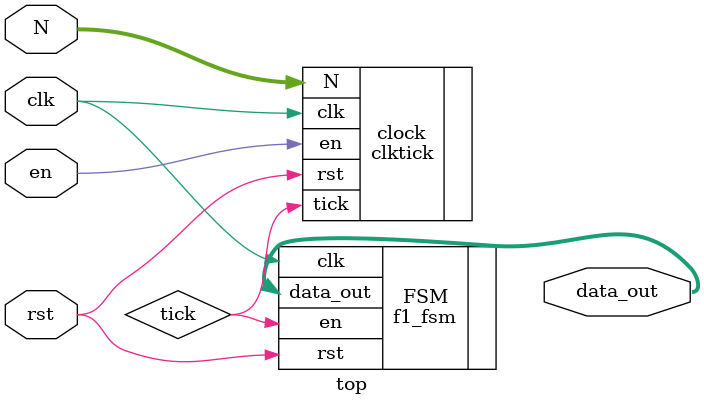
<source format=sv>
module top #(
    parameter WIDTH = 16
)(
    input  logic             clk,      // clock 
    input  logic             rst,      // reset
    input  logic             en,       // enable signal
    input  logic [WIDTH-1:0] N,        // clock divided by N+1
    output logic [7:0]       data_out  // output
);

logic tick;

f1_fsm FSM (
    .clk (clk),
    .rst (rst),
    .en (tick), // Use the tick from the clktick module as the "oneshot enable" for going to "next state"
    .data_out (data_out)
);

clktick clock (
    .clk (clk),
    .rst (rst),
    .en (en),
    .N (N),
    .tick (tick)
);

endmodule
</source>
